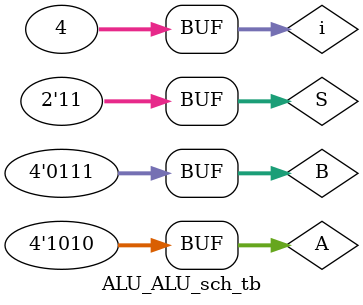
<source format=v>

`timescale 1ns / 1ps

module ALU_ALU_sch_tb();

// Inputs
   reg [3:0] A;
   reg [3:0] B;
   reg [1:0] S;

// Output
   wire [3:0] C;
   wire Co;

// Bidirs

// Instantiate the UUT
   ALU UUT (
		.A(A), 
		.B(B), 
		.S(S), 
		.C(C), 
		.Co(Co)
   );
// Initialize Inputs
integer i;
		 initial begin
		A = 4'b1010;
		B = 4'b0111;
		S =0;
		#100;
		for(i=0;i<=3;i=i+1)begin
		S = i;
		#100;
		end
		end
endmodule

</source>
